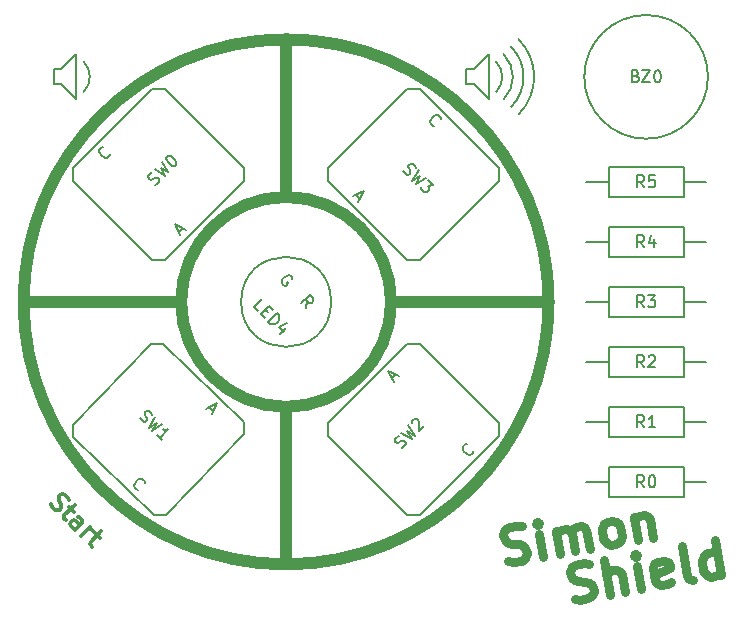
<source format=gbr>
G04 #@! TF.FileFunction,Legend,Top*
%FSLAX46Y46*%
G04 Gerber Fmt 4.6, Leading zero omitted, Abs format (unit mm)*
G04 Created by KiCad (PCBNEW 4.0.7) date 05/29/18 16:24:36*
%MOMM*%
%LPD*%
G01*
G04 APERTURE LIST*
%ADD10C,0.100000*%
%ADD11C,0.300000*%
%ADD12C,0.200000*%
%ADD13C,0.750000*%
%ADD14C,1.000000*%
%ADD15C,0.150000*%
%ADD16C,0.198120*%
G04 APERTURE END LIST*
D10*
D11*
X126123426Y-122537056D02*
X126224442Y-122739086D01*
X126476980Y-122991624D01*
X126628503Y-123042132D01*
X126729518Y-123042132D01*
X126881041Y-122991624D01*
X126982056Y-122890609D01*
X127032564Y-122739087D01*
X127032564Y-122638071D01*
X126982056Y-122486549D01*
X126830534Y-122234010D01*
X126780025Y-122082487D01*
X126780026Y-121981472D01*
X126830533Y-121829949D01*
X126931548Y-121728934D01*
X127083071Y-121678427D01*
X127184086Y-121678426D01*
X127335610Y-121728934D01*
X127588148Y-121981472D01*
X127689163Y-122183503D01*
X127689163Y-122789593D02*
X128093224Y-123193655D01*
X128194239Y-122587563D02*
X127285101Y-123496701D01*
X127234593Y-123648223D01*
X127285102Y-123799746D01*
X127386117Y-123900762D01*
X128194239Y-124708883D02*
X128749823Y-124153300D01*
X128800330Y-124001777D01*
X128749823Y-123850254D01*
X128547793Y-123648223D01*
X128396269Y-123597716D01*
X128244746Y-124658376D02*
X128093224Y-124607868D01*
X127840686Y-124355330D01*
X127790178Y-124203808D01*
X127840685Y-124052285D01*
X127941700Y-123951269D01*
X128093224Y-123900762D01*
X128244746Y-123951269D01*
X128497285Y-124203808D01*
X128648808Y-124254315D01*
X128699316Y-125213960D02*
X129406422Y-124506853D01*
X129204391Y-124708884D02*
X129355914Y-124658376D01*
X129456930Y-124658376D01*
X129608453Y-124708883D01*
X129709468Y-124809899D01*
X129911498Y-125011929D02*
X130315560Y-125415990D01*
X130416575Y-124809899D02*
X129507437Y-125719036D01*
X129456929Y-125870559D01*
X129507438Y-126022082D01*
X129608453Y-126123097D01*
D12*
X161925000Y-85725000D02*
X163195000Y-84455000D01*
X161290000Y-85725000D02*
X161925000Y-85725000D01*
X161290000Y-86995000D02*
X161290000Y-85725000D01*
X161925000Y-86995000D02*
X161290000Y-86995000D01*
X163195000Y-88265000D02*
X161925000Y-86995000D01*
X163195000Y-84455000D02*
X163195000Y-88265000D01*
X127000000Y-85725000D02*
X128270000Y-84455000D01*
X126365000Y-85725000D02*
X127000000Y-85725000D01*
X126365000Y-86995000D02*
X126365000Y-85725000D01*
X127000000Y-86995000D02*
X126365000Y-86995000D01*
X128270000Y-88265000D02*
X127000000Y-86995000D01*
X128270000Y-84455000D02*
X128270000Y-88265000D01*
X128905000Y-87630000D02*
G75*
G03X128905000Y-85090000I-1270000J1270000D01*
G01*
X165735000Y-89535000D02*
G75*
G03X165735000Y-83185000I-3175000J3175000D01*
G01*
X165100000Y-88900000D02*
G75*
G03X165100000Y-83820000I-2540000J2540000D01*
G01*
X164465000Y-88265000D02*
G75*
G03X164465000Y-84455000I-1905000J1905000D01*
G01*
X163830000Y-87630000D02*
G75*
G03X163830000Y-85090000I-1270000J1270000D01*
G01*
D13*
X170480295Y-130569745D02*
X170927162Y-130636011D01*
X171630596Y-130511976D01*
X171887163Y-130321676D01*
X172003042Y-130156182D01*
X172094115Y-129850001D01*
X172044502Y-129568628D01*
X171854201Y-129312061D01*
X171688708Y-129196181D01*
X171382527Y-129105107D01*
X170794973Y-129063648D01*
X170488792Y-128972575D01*
X170323299Y-128856696D01*
X170132998Y-128600129D01*
X170083385Y-128318755D01*
X170174458Y-128012574D01*
X170290337Y-127847081D01*
X170546904Y-127656781D01*
X171250338Y-127532746D01*
X171697205Y-127599012D01*
X173459525Y-130189487D02*
X172938580Y-127235063D01*
X174725706Y-129966225D02*
X174452830Y-128418669D01*
X174262530Y-128162103D01*
X173956350Y-128071030D01*
X173534289Y-128145451D01*
X173277722Y-128335751D01*
X173161842Y-128501245D01*
X176132575Y-129718156D02*
X175785278Y-127748540D01*
X175611630Y-126763733D02*
X175495750Y-126929226D01*
X175661244Y-127045106D01*
X175777124Y-126879612D01*
X175611630Y-126763733D01*
X175661244Y-127045106D01*
X178640130Y-129130945D02*
X178383564Y-129321246D01*
X177820816Y-129420473D01*
X177514636Y-129329400D01*
X177324335Y-129072833D01*
X177125880Y-127947339D01*
X177216953Y-127641158D01*
X177473520Y-127450858D01*
X178036267Y-127351630D01*
X178342448Y-127442703D01*
X178532748Y-127699270D01*
X178582362Y-127980644D01*
X177225108Y-128510086D01*
X180493866Y-128949143D02*
X180187686Y-128858070D01*
X179997385Y-128601502D01*
X179550861Y-126069140D01*
X182885542Y-128527426D02*
X182364598Y-125573002D01*
X182860736Y-128386739D02*
X182604169Y-128577039D01*
X182041421Y-128676267D01*
X181735241Y-128585194D01*
X181569748Y-128469314D01*
X181379447Y-128212747D01*
X181230606Y-127368625D01*
X181321679Y-127062445D01*
X181437559Y-126896952D01*
X181694125Y-126706651D01*
X182256873Y-126607424D01*
X182563053Y-126698497D01*
X164835639Y-127382341D02*
X165282506Y-127448607D01*
X165985940Y-127324573D01*
X166242506Y-127134272D01*
X166358386Y-126968779D01*
X166449459Y-126662598D01*
X166399845Y-126381224D01*
X166209545Y-126124658D01*
X166044051Y-126008778D01*
X165737871Y-125917704D01*
X165150316Y-125876245D01*
X164844136Y-125785172D01*
X164678643Y-125669292D01*
X164488342Y-125412726D01*
X164438728Y-125131351D01*
X164529801Y-124825171D01*
X164645681Y-124659677D01*
X164902248Y-124469377D01*
X165605682Y-124345343D01*
X166052549Y-124411609D01*
X167814869Y-127002083D02*
X167467572Y-125032468D01*
X167293924Y-124047660D02*
X167178044Y-124213153D01*
X167343538Y-124329033D01*
X167459418Y-124163540D01*
X167293924Y-124047660D01*
X167343538Y-124329033D01*
X169221737Y-126754014D02*
X168874440Y-124784399D01*
X168924054Y-125065772D02*
X169039934Y-124900279D01*
X169296500Y-124709978D01*
X169718561Y-124635558D01*
X170024742Y-124726631D01*
X170215042Y-124983197D01*
X170487918Y-126530753D01*
X170215042Y-124983197D02*
X170306115Y-124677017D01*
X170562681Y-124486716D01*
X170984742Y-124412296D01*
X171290923Y-124503369D01*
X171481223Y-124759935D01*
X171754099Y-126307491D01*
X173583028Y-125985001D02*
X173276847Y-125893928D01*
X173111354Y-125778048D01*
X172921053Y-125521481D01*
X172772212Y-124677360D01*
X172863285Y-124371180D01*
X172979165Y-124205686D01*
X173235731Y-124015386D01*
X173657792Y-123940965D01*
X173963973Y-124032038D01*
X174129466Y-124147918D01*
X174319766Y-124404484D01*
X174468608Y-125248605D01*
X174377535Y-125554786D01*
X174261655Y-125720280D01*
X174005089Y-125910580D01*
X173583028Y-125985001D01*
X175486721Y-123618475D02*
X175834017Y-125588091D01*
X175536335Y-123899849D02*
X175652215Y-123734355D01*
X175908781Y-123544055D01*
X176330842Y-123469634D01*
X176637022Y-123560707D01*
X176827323Y-123817274D01*
X177100199Y-125364829D01*
D14*
X146050000Y-96520000D02*
X146050000Y-83185000D01*
X146050000Y-114300000D02*
X146050000Y-127635000D01*
X137160000Y-105410000D02*
X123825000Y-105410000D01*
X154940000Y-105410000D02*
X168275000Y-105410000D01*
X154940000Y-105410000D02*
G75*
G03X154940000Y-105410000I-8890000J0D01*
G01*
X168275000Y-105410000D02*
G75*
G03X168275000Y-105410000I-22225000J0D01*
G01*
D15*
X181766344Y-86360000D02*
G75*
G03X181766344Y-86360000I-5236344J0D01*
G01*
X149860000Y-105410000D02*
G75*
G03X149860000Y-105410000I-3810000J0D01*
G01*
X173355000Y-120650000D02*
X173355000Y-121920000D01*
X173355000Y-121920000D02*
X179705000Y-121920000D01*
X179705000Y-121920000D02*
X179705000Y-120650000D01*
X171450000Y-120650000D02*
X173355000Y-120650000D01*
X173355000Y-120650000D02*
X173355000Y-119380000D01*
X173355000Y-119380000D02*
X179705000Y-119380000D01*
X179705000Y-119380000D02*
X179705000Y-120650000D01*
X179705000Y-120650000D02*
X181610000Y-120650000D01*
X173355000Y-115570000D02*
X173355000Y-116840000D01*
X173355000Y-116840000D02*
X179705000Y-116840000D01*
X179705000Y-116840000D02*
X179705000Y-115570000D01*
X171450000Y-115570000D02*
X173355000Y-115570000D01*
X173355000Y-115570000D02*
X173355000Y-114300000D01*
X173355000Y-114300000D02*
X179705000Y-114300000D01*
X179705000Y-114300000D02*
X179705000Y-115570000D01*
X179705000Y-115570000D02*
X181610000Y-115570000D01*
X173355000Y-110490000D02*
X173355000Y-111760000D01*
X173355000Y-111760000D02*
X179705000Y-111760000D01*
X179705000Y-111760000D02*
X179705000Y-110490000D01*
X171450000Y-110490000D02*
X173355000Y-110490000D01*
X173355000Y-110490000D02*
X173355000Y-109220000D01*
X173355000Y-109220000D02*
X179705000Y-109220000D01*
X179705000Y-109220000D02*
X179705000Y-110490000D01*
X179705000Y-110490000D02*
X181610000Y-110490000D01*
X173355000Y-105410000D02*
X173355000Y-106680000D01*
X173355000Y-106680000D02*
X179705000Y-106680000D01*
X179705000Y-106680000D02*
X179705000Y-105410000D01*
X171450000Y-105410000D02*
X173355000Y-105410000D01*
X173355000Y-105410000D02*
X173355000Y-104140000D01*
X173355000Y-104140000D02*
X179705000Y-104140000D01*
X179705000Y-104140000D02*
X179705000Y-105410000D01*
X179705000Y-105410000D02*
X181610000Y-105410000D01*
X173355000Y-100330000D02*
X173355000Y-101600000D01*
X173355000Y-101600000D02*
X179705000Y-101600000D01*
X179705000Y-101600000D02*
X179705000Y-100330000D01*
X171450000Y-100330000D02*
X173355000Y-100330000D01*
X173355000Y-100330000D02*
X173355000Y-99060000D01*
X173355000Y-99060000D02*
X179705000Y-99060000D01*
X179705000Y-99060000D02*
X179705000Y-100330000D01*
X179705000Y-100330000D02*
X181610000Y-100330000D01*
X173355000Y-95250000D02*
X173355000Y-96520000D01*
X173355000Y-96520000D02*
X179705000Y-96520000D01*
X179705000Y-96520000D02*
X179705000Y-95250000D01*
X171450000Y-95250000D02*
X173355000Y-95250000D01*
X173355000Y-95250000D02*
X173355000Y-93980000D01*
X173355000Y-93980000D02*
X179705000Y-93980000D01*
X179705000Y-93980000D02*
X179705000Y-95250000D01*
X179705000Y-95250000D02*
X181610000Y-95250000D01*
X128007155Y-95145330D02*
X128007155Y-94084670D01*
X128007155Y-94084670D02*
X134724670Y-87367155D01*
X134724670Y-87367155D02*
X135785330Y-87367155D01*
X135785330Y-87367155D02*
X142502845Y-94084670D01*
X142502845Y-94084670D02*
X142502845Y-95145330D01*
X142502845Y-95145330D02*
X135785330Y-101862845D01*
X135785330Y-101862845D02*
X134724670Y-101862845D01*
X134724670Y-101862845D02*
X128007155Y-95145330D01*
X135911742Y-123442485D02*
X134851243Y-123460996D01*
X134851243Y-123460996D02*
X128017515Y-116861742D01*
X128017515Y-116861742D02*
X127999004Y-115801243D01*
X127999004Y-115801243D02*
X134598258Y-108967515D01*
X134598258Y-108967515D02*
X135658757Y-108949004D01*
X135658757Y-108949004D02*
X142492485Y-115548258D01*
X142492485Y-115548258D02*
X142510996Y-116608757D01*
X142510996Y-116608757D02*
X135911742Y-123442485D01*
X164092845Y-115674670D02*
X164092845Y-116735330D01*
X164092845Y-116735330D02*
X157375330Y-123452845D01*
X157375330Y-123452845D02*
X156314670Y-123452845D01*
X156314670Y-123452845D02*
X149597155Y-116735330D01*
X149597155Y-116735330D02*
X149597155Y-115674670D01*
X149597155Y-115674670D02*
X156314670Y-108957155D01*
X156314670Y-108957155D02*
X157375330Y-108957155D01*
X157375330Y-108957155D02*
X164092845Y-115674670D01*
X156314670Y-87367155D02*
X157375330Y-87367155D01*
X157375330Y-87367155D02*
X164092845Y-94084670D01*
X164092845Y-94084670D02*
X164092845Y-95145330D01*
X164092845Y-95145330D02*
X157375330Y-101862845D01*
X157375330Y-101862845D02*
X156314670Y-101862845D01*
X156314670Y-101862845D02*
X149597155Y-95145330D01*
X149597155Y-95145330D02*
X149597155Y-94084670D01*
X149597155Y-94084670D02*
X156314670Y-87367155D01*
D16*
X175650615Y-86288699D02*
X175793218Y-86336233D01*
X175840753Y-86383767D01*
X175888287Y-86478836D01*
X175888287Y-86621439D01*
X175840753Y-86716507D01*
X175793218Y-86764041D01*
X175698150Y-86811576D01*
X175317875Y-86811576D01*
X175317875Y-85813356D01*
X175650615Y-85813356D01*
X175745684Y-85860890D01*
X175793218Y-85908424D01*
X175840753Y-86003493D01*
X175840753Y-86098561D01*
X175793218Y-86193630D01*
X175745684Y-86241164D01*
X175650615Y-86288699D01*
X175317875Y-86288699D01*
X176221027Y-85813356D02*
X176886507Y-85813356D01*
X176221027Y-86811576D01*
X176886507Y-86811576D01*
X177456919Y-85813356D02*
X177551987Y-85813356D01*
X177647056Y-85860890D01*
X177694590Y-85908424D01*
X177742124Y-86003493D01*
X177789659Y-86193630D01*
X177789659Y-86431301D01*
X177742124Y-86621439D01*
X177694590Y-86716507D01*
X177647056Y-86764041D01*
X177551987Y-86811576D01*
X177456919Y-86811576D01*
X177361850Y-86764041D01*
X177314316Y-86716507D01*
X177266781Y-86621439D01*
X177219247Y-86431301D01*
X177219247Y-86193630D01*
X177266781Y-86003493D01*
X177314316Y-85908424D01*
X177361850Y-85860890D01*
X177456919Y-85813356D01*
D15*
X143668833Y-106208596D02*
X143332115Y-105871878D01*
X144039222Y-105164771D01*
X144274924Y-106073908D02*
X144510627Y-106309611D01*
X144241253Y-106781016D02*
X143904535Y-106444298D01*
X144611641Y-105737191D01*
X144948359Y-106073909D01*
X144544298Y-107084061D02*
X145251405Y-106376955D01*
X145419763Y-106545313D01*
X145487107Y-106680001D01*
X145487107Y-106814688D01*
X145453436Y-106915703D01*
X145352421Y-107084061D01*
X145251405Y-107185077D01*
X145083046Y-107286092D01*
X144982031Y-107319764D01*
X144847344Y-107319764D01*
X144712657Y-107252420D01*
X144544298Y-107084061D01*
X146025856Y-107622810D02*
X145554451Y-108094214D01*
X146126870Y-107185076D02*
X145453435Y-107521794D01*
X145891168Y-107959527D01*
X146588748Y-103445590D02*
X146555076Y-103344575D01*
X146454061Y-103243560D01*
X146319374Y-103176216D01*
X146184687Y-103176216D01*
X146083672Y-103209888D01*
X145915313Y-103310903D01*
X145814297Y-103411919D01*
X145713282Y-103580277D01*
X145679610Y-103681292D01*
X145679610Y-103815979D01*
X145746955Y-103950667D01*
X145814298Y-104018010D01*
X145948985Y-104085354D01*
X146016328Y-104085354D01*
X146252030Y-103849652D01*
X146117343Y-103714965D01*
X147745036Y-105948748D02*
X147846051Y-105376328D01*
X147340975Y-105544687D02*
X148048081Y-104837580D01*
X148317456Y-105106955D01*
X148351127Y-105207970D01*
X148351127Y-105275313D01*
X148317456Y-105376328D01*
X148216441Y-105477343D01*
X148115425Y-105511015D01*
X148048082Y-105511015D01*
X147947067Y-105477343D01*
X147677692Y-105207969D01*
X176363334Y-121102381D02*
X176030000Y-120626190D01*
X175791905Y-121102381D02*
X175791905Y-120102381D01*
X176172858Y-120102381D01*
X176268096Y-120150000D01*
X176315715Y-120197619D01*
X176363334Y-120292857D01*
X176363334Y-120435714D01*
X176315715Y-120530952D01*
X176268096Y-120578571D01*
X176172858Y-120626190D01*
X175791905Y-120626190D01*
X176982381Y-120102381D02*
X177077620Y-120102381D01*
X177172858Y-120150000D01*
X177220477Y-120197619D01*
X177268096Y-120292857D01*
X177315715Y-120483333D01*
X177315715Y-120721429D01*
X177268096Y-120911905D01*
X177220477Y-121007143D01*
X177172858Y-121054762D01*
X177077620Y-121102381D01*
X176982381Y-121102381D01*
X176887143Y-121054762D01*
X176839524Y-121007143D01*
X176791905Y-120911905D01*
X176744286Y-120721429D01*
X176744286Y-120483333D01*
X176791905Y-120292857D01*
X176839524Y-120197619D01*
X176887143Y-120150000D01*
X176982381Y-120102381D01*
X176363334Y-116022381D02*
X176030000Y-115546190D01*
X175791905Y-116022381D02*
X175791905Y-115022381D01*
X176172858Y-115022381D01*
X176268096Y-115070000D01*
X176315715Y-115117619D01*
X176363334Y-115212857D01*
X176363334Y-115355714D01*
X176315715Y-115450952D01*
X176268096Y-115498571D01*
X176172858Y-115546190D01*
X175791905Y-115546190D01*
X177315715Y-116022381D02*
X176744286Y-116022381D01*
X177030000Y-116022381D02*
X177030000Y-115022381D01*
X176934762Y-115165238D01*
X176839524Y-115260476D01*
X176744286Y-115308095D01*
X176363334Y-110942381D02*
X176030000Y-110466190D01*
X175791905Y-110942381D02*
X175791905Y-109942381D01*
X176172858Y-109942381D01*
X176268096Y-109990000D01*
X176315715Y-110037619D01*
X176363334Y-110132857D01*
X176363334Y-110275714D01*
X176315715Y-110370952D01*
X176268096Y-110418571D01*
X176172858Y-110466190D01*
X175791905Y-110466190D01*
X176744286Y-110037619D02*
X176791905Y-109990000D01*
X176887143Y-109942381D01*
X177125239Y-109942381D01*
X177220477Y-109990000D01*
X177268096Y-110037619D01*
X177315715Y-110132857D01*
X177315715Y-110228095D01*
X177268096Y-110370952D01*
X176696667Y-110942381D01*
X177315715Y-110942381D01*
X176363334Y-105862381D02*
X176030000Y-105386190D01*
X175791905Y-105862381D02*
X175791905Y-104862381D01*
X176172858Y-104862381D01*
X176268096Y-104910000D01*
X176315715Y-104957619D01*
X176363334Y-105052857D01*
X176363334Y-105195714D01*
X176315715Y-105290952D01*
X176268096Y-105338571D01*
X176172858Y-105386190D01*
X175791905Y-105386190D01*
X176696667Y-104862381D02*
X177315715Y-104862381D01*
X176982381Y-105243333D01*
X177125239Y-105243333D01*
X177220477Y-105290952D01*
X177268096Y-105338571D01*
X177315715Y-105433810D01*
X177315715Y-105671905D01*
X177268096Y-105767143D01*
X177220477Y-105814762D01*
X177125239Y-105862381D01*
X176839524Y-105862381D01*
X176744286Y-105814762D01*
X176696667Y-105767143D01*
X176363334Y-100782381D02*
X176030000Y-100306190D01*
X175791905Y-100782381D02*
X175791905Y-99782381D01*
X176172858Y-99782381D01*
X176268096Y-99830000D01*
X176315715Y-99877619D01*
X176363334Y-99972857D01*
X176363334Y-100115714D01*
X176315715Y-100210952D01*
X176268096Y-100258571D01*
X176172858Y-100306190D01*
X175791905Y-100306190D01*
X177220477Y-100115714D02*
X177220477Y-100782381D01*
X176982381Y-99734762D02*
X176744286Y-100449048D01*
X177363334Y-100449048D01*
X176363334Y-95702381D02*
X176030000Y-95226190D01*
X175791905Y-95702381D02*
X175791905Y-94702381D01*
X176172858Y-94702381D01*
X176268096Y-94750000D01*
X176315715Y-94797619D01*
X176363334Y-94892857D01*
X176363334Y-95035714D01*
X176315715Y-95130952D01*
X176268096Y-95178571D01*
X176172858Y-95226190D01*
X175791905Y-95226190D01*
X177268096Y-94702381D02*
X176791905Y-94702381D01*
X176744286Y-95178571D01*
X176791905Y-95130952D01*
X176887143Y-95083333D01*
X177125239Y-95083333D01*
X177220477Y-95130952D01*
X177268096Y-95178571D01*
X177315715Y-95273810D01*
X177315715Y-95511905D01*
X177268096Y-95607143D01*
X177220477Y-95654762D01*
X177125239Y-95702381D01*
X176887143Y-95702381D01*
X176791905Y-95654762D01*
X176744286Y-95607143D01*
X134951954Y-95490466D02*
X135086641Y-95423122D01*
X135255000Y-95254763D01*
X135288672Y-95153748D01*
X135288672Y-95086404D01*
X135255000Y-94985389D01*
X135187657Y-94918046D01*
X135086642Y-94884374D01*
X135019298Y-94884374D01*
X134918282Y-94918045D01*
X134749923Y-95019061D01*
X134648908Y-95052733D01*
X134581565Y-95052733D01*
X134480549Y-95019061D01*
X134413206Y-94951718D01*
X134379534Y-94850702D01*
X134379534Y-94783359D01*
X134413206Y-94682344D01*
X134581565Y-94513985D01*
X134716252Y-94446641D01*
X134918282Y-94177267D02*
X135793748Y-94716016D01*
X135423359Y-94076251D01*
X136063122Y-94446641D01*
X135524374Y-93571176D01*
X135928435Y-93167115D02*
X135995779Y-93099771D01*
X136096794Y-93066099D01*
X136164137Y-93066099D01*
X136265153Y-93099771D01*
X136433511Y-93200786D01*
X136601870Y-93369145D01*
X136702886Y-93537504D01*
X136736557Y-93638519D01*
X136736557Y-93705863D01*
X136702886Y-93806878D01*
X136635541Y-93874222D01*
X136534526Y-93907894D01*
X136467183Y-93907894D01*
X136366168Y-93874222D01*
X136197809Y-93773207D01*
X136029450Y-93604847D01*
X135928435Y-93436489D01*
X135894763Y-93335474D01*
X135894763Y-93268130D01*
X135928435Y-93167115D01*
X136972260Y-99497404D02*
X137308978Y-99160686D01*
X137106947Y-99766778D02*
X136635542Y-98823969D01*
X137578351Y-99295373D01*
X131130211Y-92880905D02*
X131130211Y-92948248D01*
X131062867Y-93082935D01*
X130995524Y-93150278D01*
X130860836Y-93217623D01*
X130726149Y-93217623D01*
X130625134Y-93183951D01*
X130456776Y-93082936D01*
X130355760Y-92981920D01*
X130254745Y-92813561D01*
X130221073Y-92712546D01*
X130221073Y-92577859D01*
X130288417Y-92443172D01*
X130355761Y-92375828D01*
X130490447Y-92308485D01*
X130557791Y-92308485D01*
X133655039Y-115222621D02*
X133724723Y-115356113D01*
X133895995Y-115521508D01*
X133997582Y-115553412D01*
X134064916Y-115552236D01*
X134165328Y-115516807D01*
X134231486Y-115448298D01*
X134263389Y-115346711D01*
X134262214Y-115279378D01*
X134226785Y-115178965D01*
X134122846Y-115012394D01*
X134087417Y-114911982D01*
X134086241Y-114844649D01*
X134118145Y-114743061D01*
X134184303Y-114674553D01*
X134284715Y-114639123D01*
X134352048Y-114637948D01*
X134453636Y-114669852D01*
X134624908Y-114835247D01*
X134694591Y-114968738D01*
X134967450Y-115166036D02*
X134444063Y-116050771D01*
X135077265Y-115669273D01*
X134718097Y-116315403D01*
X135584027Y-115761458D01*
X135540200Y-117109298D02*
X135129148Y-116712350D01*
X135334674Y-116910824D02*
X136029332Y-116191484D01*
X135861587Y-116228089D01*
X135726921Y-116230440D01*
X135625333Y-116198536D01*
X139532594Y-114311784D02*
X139875137Y-114642574D01*
X139265612Y-114451151D02*
X140200050Y-113963364D01*
X139745172Y-114914257D01*
X133542278Y-121303267D02*
X133474944Y-121304442D01*
X133339103Y-121239459D01*
X133270594Y-121173301D01*
X133200910Y-121039810D01*
X133198559Y-120905143D01*
X133230463Y-120803556D01*
X133328524Y-120633460D01*
X133427762Y-120530697D01*
X133594332Y-120426759D01*
X133694744Y-120391329D01*
X133829410Y-120388978D01*
X133965253Y-120453962D01*
X134033761Y-120520120D01*
X134103445Y-120653611D01*
X134104620Y-120720944D01*
X155834848Y-117787572D02*
X155969535Y-117720228D01*
X156137894Y-117551869D01*
X156171566Y-117450854D01*
X156171566Y-117383510D01*
X156137894Y-117282495D01*
X156070551Y-117215152D01*
X155969536Y-117181480D01*
X155902192Y-117181480D01*
X155801176Y-117215151D01*
X155632817Y-117316167D01*
X155531802Y-117349839D01*
X155464459Y-117349839D01*
X155363443Y-117316167D01*
X155296100Y-117248824D01*
X155262428Y-117147808D01*
X155262428Y-117080465D01*
X155296100Y-116979450D01*
X155464459Y-116811091D01*
X155599146Y-116743747D01*
X155801176Y-116474373D02*
X156676642Y-117013122D01*
X156306253Y-116373357D01*
X156946016Y-116743747D01*
X156407268Y-115868282D01*
X156710314Y-115699923D02*
X156710314Y-115632580D01*
X156743985Y-115531565D01*
X156912345Y-115363205D01*
X157013360Y-115329534D01*
X157080703Y-115329534D01*
X157181718Y-115363205D01*
X157249062Y-115430549D01*
X157316405Y-115565236D01*
X157316405Y-116373358D01*
X157754138Y-115935625D01*
X155026726Y-111895016D02*
X155363444Y-111558298D01*
X155161413Y-112164390D02*
X154690008Y-111221581D01*
X155632817Y-111692985D01*
X161912599Y-118006439D02*
X161912599Y-118073782D01*
X161845255Y-118208469D01*
X161777912Y-118275812D01*
X161643224Y-118343157D01*
X161508537Y-118343157D01*
X161407522Y-118309485D01*
X161239164Y-118208470D01*
X161138148Y-118107454D01*
X161037133Y-117939095D01*
X161003461Y-117838080D01*
X161003461Y-117703393D01*
X161070805Y-117568706D01*
X161138149Y-117501362D01*
X161272835Y-117434019D01*
X161340179Y-117434019D01*
X155969534Y-94311954D02*
X156036878Y-94446641D01*
X156205237Y-94615000D01*
X156306252Y-94648672D01*
X156373596Y-94648672D01*
X156474611Y-94615000D01*
X156541954Y-94547657D01*
X156575626Y-94446642D01*
X156575626Y-94379298D01*
X156541955Y-94278282D01*
X156440939Y-94109923D01*
X156407267Y-94008908D01*
X156407267Y-93941565D01*
X156440939Y-93840549D01*
X156508282Y-93773206D01*
X156609298Y-93739534D01*
X156676641Y-93739534D01*
X156777656Y-93773206D01*
X156946015Y-93941565D01*
X157013359Y-94076252D01*
X157282733Y-94278282D02*
X156743984Y-95153748D01*
X157383749Y-94783359D01*
X157013359Y-95423122D01*
X157888824Y-94884374D01*
X158090855Y-95086404D02*
X158528588Y-95524137D01*
X158023511Y-95557808D01*
X158124527Y-95658824D01*
X158158199Y-95759839D01*
X158158199Y-95827183D01*
X158124526Y-95928199D01*
X157956168Y-96096557D01*
X157855153Y-96130229D01*
X157787809Y-96130229D01*
X157686794Y-96096557D01*
X157484763Y-95894526D01*
X157451091Y-95793511D01*
X157451091Y-95726168D01*
X151962596Y-96332260D02*
X152299314Y-96668978D01*
X151693222Y-96466947D02*
X152636031Y-95995542D01*
X152164627Y-96938351D01*
X158579095Y-90490211D02*
X158511752Y-90490211D01*
X158377065Y-90422867D01*
X158309722Y-90355524D01*
X158242377Y-90220836D01*
X158242377Y-90086149D01*
X158276049Y-89985134D01*
X158377064Y-89816776D01*
X158478080Y-89715760D01*
X158646439Y-89614745D01*
X158747454Y-89581073D01*
X158882141Y-89581073D01*
X159016828Y-89648417D01*
X159084172Y-89715761D01*
X159151515Y-89850447D01*
X159151515Y-89917791D01*
M02*

</source>
